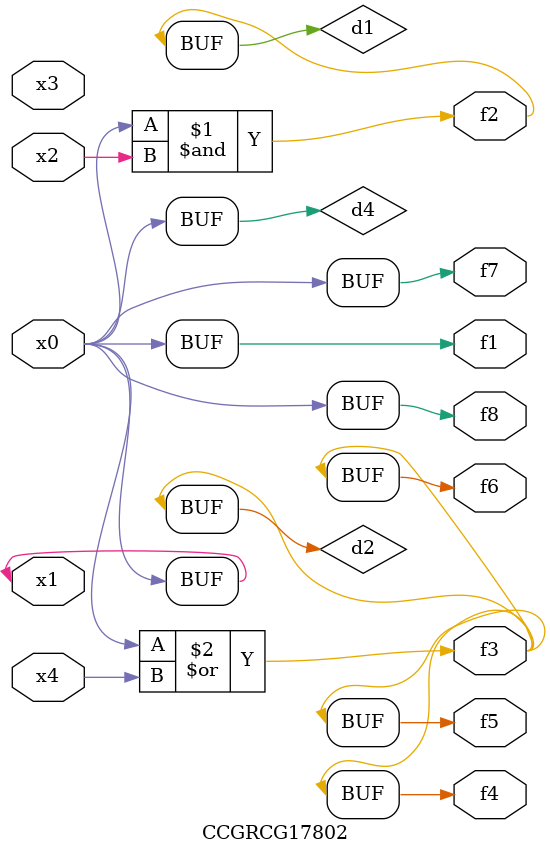
<source format=v>
module CCGRCG17802(
	input x0, x1, x2, x3, x4,
	output f1, f2, f3, f4, f5, f6, f7, f8
);

	wire d1, d2, d3, d4;

	and (d1, x0, x2);
	or (d2, x0, x4);
	nand (d3, x0, x2);
	buf (d4, x0, x1);
	assign f1 = d4;
	assign f2 = d1;
	assign f3 = d2;
	assign f4 = d2;
	assign f5 = d2;
	assign f6 = d2;
	assign f7 = d4;
	assign f8 = d4;
endmodule

</source>
